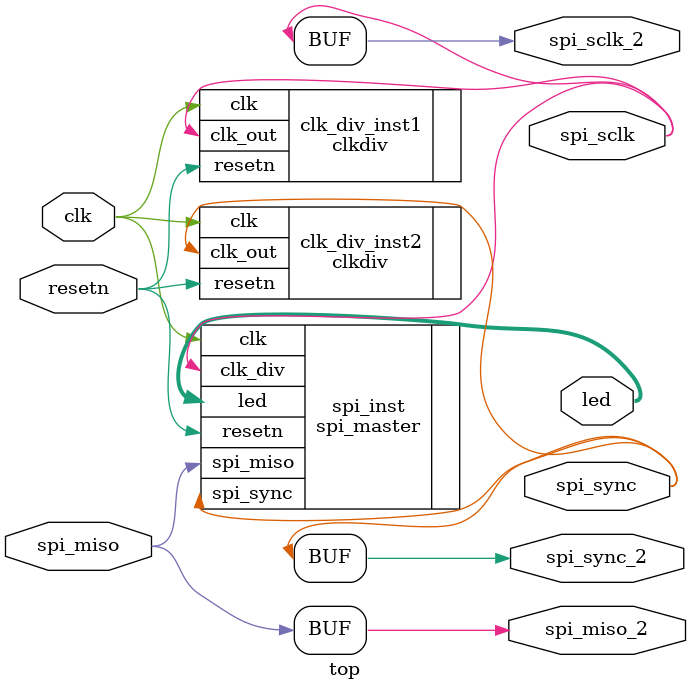
<source format=sv>
`timescale 1ns / 1ps

module top (
    input clk,
    input resetn,
    output spi_sync,
    output [7:0] led,
    output spi_sclk,
    input spi_miso,
    output spi_sclk_2, spi_miso_2, spi_sync_2
    //D0
);
assign {spi_sclk_2, spi_miso_2, spi_sync_2} = {spi_sclk, spi_miso, spi_sync};
    clkdiv #(.DIVIDER(50)) clk_div_inst1 (
        .clk(clk),
        .resetn(resetn),
        .clk_out(spi_sclk)
    );
   
     clkdiv #(.DIVIDER(10_000)) clk_div_inst2 (
        .clk(clk),
        .resetn(resetn),
        .clk_out(spi_sync)
    );

    spi_master spi_inst (
        .clk(clk),
        .clk_div(spi_sclk),
        .resetn(resetn),
        .led(led),
        .spi_miso(spi_miso),
        .spi_sync(spi_sync)
    );

endmodule

</source>
